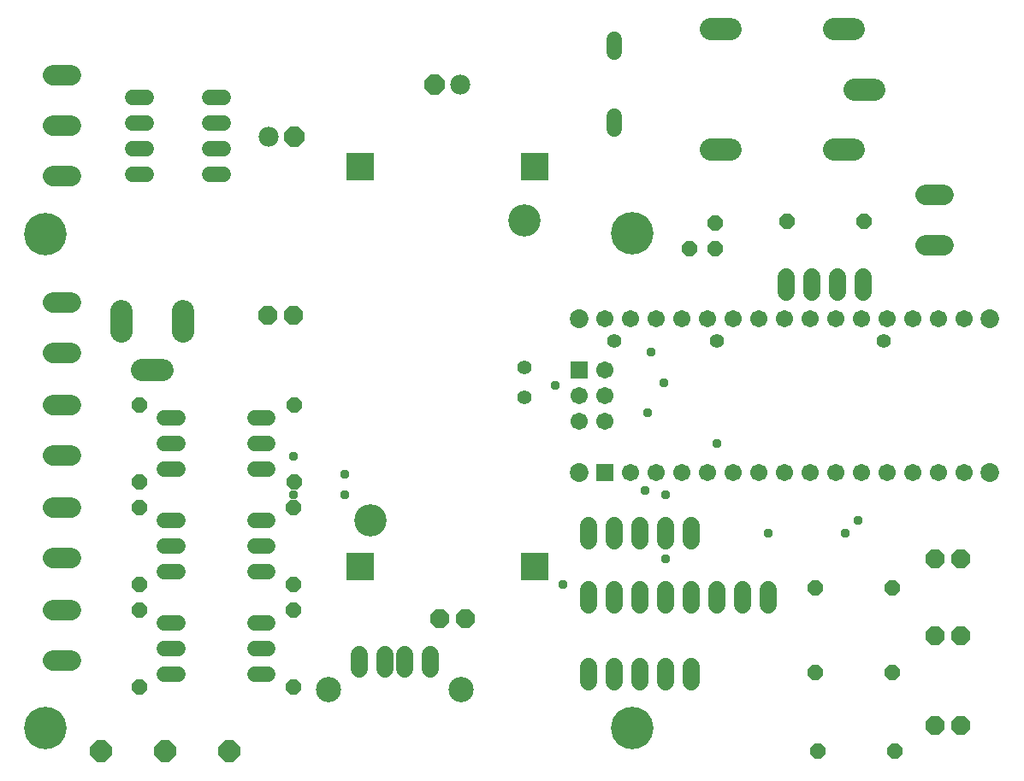
<source format=gbr>
G04 EAGLE Gerber X2 export*
%TF.Part,Single*%
%TF.FileFunction,Soldermask,Top,1*%
%TF.FilePolarity,Negative*%
%TF.GenerationSoftware,Autodesk,EAGLE,8.7.0*%
%TF.CreationDate,2018-11-07T22:53:50Z*%
G75*
%MOMM*%
%FSLAX34Y34*%
%LPD*%
%AMOC8*
5,1,8,0,0,1.08239X$1,22.5*%
G01*
%ADD10C,4.203191*%
%ADD11P,2.309387X8X112.500000*%
%ADD12C,1.993900*%
%ADD13P,2.144431X8X22.500000*%
%ADD14C,1.981200*%
%ADD15P,1.951982X8X202.500000*%
%ADD16P,2.144431X8X202.500000*%
%ADD17P,1.951982X8X22.500000*%
%ADD18C,1.524000*%
%ADD19C,2.184400*%
%ADD20P,2.034460X8X202.500000*%
%ADD21R,1.711200X1.711200*%
%ADD22C,1.711200*%
%ADD23C,1.854200*%
%ADD24P,1.649562X8X112.500000*%
%ADD25P,1.649562X8X202.500000*%
%ADD26P,1.649562X8X292.500000*%
%ADD27P,1.649562X8X22.500000*%
%ADD28R,2.703200X2.703200*%
%ADD29C,3.203200*%
%ADD30C,1.661200*%
%ADD31C,2.503200*%
%ADD32C,2.203200*%
%ADD33C,1.727200*%
%ADD34C,0.959600*%
%ADD35C,1.409600*%


D10*
X34290Y48260D03*
X614680Y48260D03*
X34290Y537210D03*
X614680Y538480D03*
D11*
X88900Y25400D03*
X215900Y25400D03*
D12*
X59754Y266300D02*
X41847Y266300D01*
X41847Y216300D02*
X59754Y216300D01*
D13*
X280670Y633730D03*
D14*
X255270Y633730D03*
D15*
X449580Y156210D03*
X424180Y156210D03*
D16*
X419100Y685800D03*
D14*
X444500Y685800D03*
D17*
X254000Y457200D03*
X279400Y457200D03*
D12*
X59754Y367900D02*
X41847Y367900D01*
X41847Y317900D02*
X59754Y317900D01*
D18*
X596900Y717296D02*
X596900Y730504D01*
X596900Y654304D02*
X596900Y641096D01*
D11*
X152400Y25400D03*
D19*
X834644Y680720D02*
X854456Y680720D01*
X834136Y740410D02*
X814324Y740410D01*
X814324Y621030D02*
X834136Y621030D01*
X712216Y621030D02*
X692404Y621030D01*
X692404Y740410D02*
X712216Y740410D01*
D20*
X939800Y50800D03*
X914400Y50800D03*
X939800Y139700D03*
X914400Y139700D03*
X939800Y215900D03*
X914400Y215900D03*
D12*
X923354Y526180D02*
X905447Y526180D01*
X905447Y576180D02*
X923354Y576180D01*
D21*
X588010Y300990D03*
D22*
X613410Y300990D03*
X638810Y300990D03*
X664210Y300990D03*
X689610Y300990D03*
X715010Y300990D03*
X740410Y300990D03*
X765810Y300990D03*
X791210Y300990D03*
X816610Y300990D03*
X842010Y300990D03*
X867410Y300990D03*
X588010Y453390D03*
X613410Y453390D03*
X638810Y453390D03*
X664210Y453390D03*
X689610Y453390D03*
X715010Y453390D03*
X765810Y453390D03*
X791210Y453390D03*
X842010Y453390D03*
X867410Y453390D03*
X816610Y453390D03*
X740410Y453390D03*
X892810Y300990D03*
X918210Y300990D03*
X943610Y300990D03*
X892810Y453390D03*
X918210Y453390D03*
X943610Y453390D03*
D23*
X969010Y300990D03*
X969010Y453390D03*
X562610Y453390D03*
X562610Y300990D03*
D21*
X562610Y402590D03*
D22*
X588010Y402590D03*
X562610Y377190D03*
X588010Y377190D03*
X562610Y351790D03*
X588010Y351790D03*
D18*
X165100Y152400D02*
X151892Y152400D01*
X151892Y127000D02*
X165100Y127000D01*
X241300Y127000D02*
X254508Y127000D01*
X254508Y152400D02*
X241300Y152400D01*
X165100Y101600D02*
X151892Y101600D01*
X241300Y101600D02*
X254508Y101600D01*
X165100Y254000D02*
X151892Y254000D01*
X151892Y228600D02*
X165100Y228600D01*
X241300Y228600D02*
X254508Y228600D01*
X254508Y254000D02*
X241300Y254000D01*
X165100Y203200D02*
X151892Y203200D01*
X241300Y203200D02*
X254508Y203200D01*
X165100Y355600D02*
X151892Y355600D01*
X151892Y330200D02*
X165100Y330200D01*
X241300Y330200D02*
X254508Y330200D01*
X254508Y355600D02*
X241300Y355600D01*
X165100Y304800D02*
X151892Y304800D01*
X241300Y304800D02*
X254508Y304800D01*
D12*
X59754Y419500D02*
X41847Y419500D01*
X41847Y469500D02*
X59754Y469500D01*
D24*
X127000Y88900D03*
X127000Y165100D03*
D25*
X872490Y186690D03*
X796290Y186690D03*
D26*
X279400Y165100D03*
X279400Y88900D03*
D24*
X127000Y190500D03*
X127000Y266700D03*
D26*
X279400Y266700D03*
X279400Y190500D03*
D24*
X127000Y292100D03*
X127000Y368300D03*
D26*
X280670Y368300D03*
X280670Y292100D03*
D25*
X844550Y549910D03*
X768350Y549910D03*
X875030Y25400D03*
X798830Y25400D03*
X872490Y102870D03*
X796290Y102870D03*
D12*
X59754Y164700D02*
X41847Y164700D01*
X41847Y114700D02*
X59754Y114700D01*
D27*
X671830Y523240D03*
X697230Y523240D03*
X697230Y548640D03*
D28*
X518160Y604520D03*
X345440Y604520D03*
X345440Y208280D03*
X518160Y208280D03*
D29*
X508000Y551180D03*
X355600Y254000D03*
D18*
X209804Y596900D02*
X196596Y596900D01*
X196596Y622300D02*
X209804Y622300D01*
X133604Y622300D02*
X120396Y622300D01*
X120396Y596900D02*
X133604Y596900D01*
X196596Y647700D02*
X209804Y647700D01*
X209804Y673100D02*
X196596Y673100D01*
X133604Y647700D02*
X120396Y647700D01*
X120396Y673100D02*
X133604Y673100D01*
D30*
X369730Y120750D02*
X369730Y106170D01*
X389730Y106170D02*
X389730Y120750D01*
X344730Y120750D02*
X344730Y106170D01*
X414730Y106170D02*
X414730Y120750D01*
D31*
X314030Y86360D03*
X445430Y86360D03*
D12*
X59554Y695160D02*
X41647Y695160D01*
X41647Y645160D02*
X59554Y645160D01*
X59554Y595160D02*
X41647Y595160D01*
D32*
X170700Y460850D02*
X170700Y440850D01*
X109700Y440850D02*
X109700Y460850D01*
X129700Y402850D02*
X149700Y402850D01*
D33*
X673100Y248920D02*
X673100Y233680D01*
X647700Y233680D02*
X647700Y248920D01*
X622300Y248920D02*
X622300Y233680D01*
X596900Y233680D02*
X596900Y248920D01*
X571500Y248920D02*
X571500Y233680D01*
X749300Y185420D02*
X749300Y170180D01*
X723900Y170180D02*
X723900Y185420D01*
X698500Y185420D02*
X698500Y170180D01*
X673100Y170180D02*
X673100Y185420D01*
X647700Y185420D02*
X647700Y170180D01*
X622300Y170180D02*
X622300Y185420D01*
X596900Y185420D02*
X596900Y170180D01*
X571500Y170180D02*
X571500Y185420D01*
X673100Y109220D02*
X673100Y93980D01*
X647700Y93980D02*
X647700Y109220D01*
X622300Y109220D02*
X622300Y93980D01*
X596900Y93980D02*
X596900Y109220D01*
X571500Y109220D02*
X571500Y93980D01*
X843280Y480060D02*
X843280Y495300D01*
X817880Y495300D02*
X817880Y480060D01*
X792480Y480060D02*
X792480Y495300D01*
X767080Y495300D02*
X767080Y480060D01*
D34*
X698500Y330200D03*
X633730Y420370D03*
X330200Y299720D03*
X279400Y317500D03*
X538480Y387350D03*
X646430Y389890D03*
X279400Y279400D03*
X629920Y360680D03*
X330200Y279400D03*
X546100Y190500D03*
X647700Y215900D03*
D35*
X508000Y375920D03*
X508000Y405130D03*
X596900Y431800D03*
X698500Y431800D03*
X863600Y431800D03*
D34*
X627380Y283210D03*
X647700Y279400D03*
X838200Y254000D03*
X749300Y241300D03*
X825500Y241300D03*
M02*

</source>
